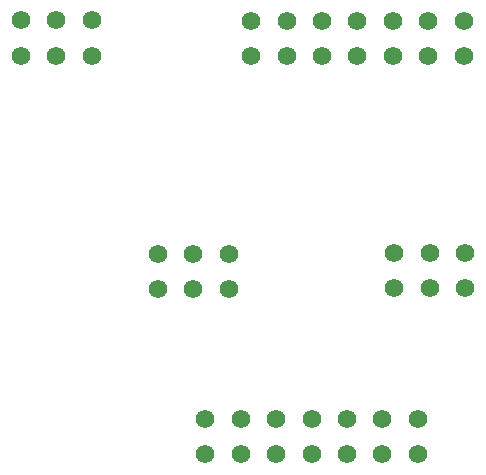
<source format=gbr>
%TF.GenerationSoftware,KiCad,Pcbnew,9.0.3*%
%TF.CreationDate,2025-08-25T22:17:15-05:00*%
%TF.ProjectId,Moco-IOBreakoutPCB,4d6f636f-2d49-44f4-9272-65616b6f7574,rev?*%
%TF.SameCoordinates,Original*%
%TF.FileFunction,Soldermask,Top*%
%TF.FilePolarity,Negative*%
%FSLAX46Y46*%
G04 Gerber Fmt 4.6, Leading zero omitted, Abs format (unit mm)*
G04 Created by KiCad (PCBNEW 9.0.3) date 2025-08-25 22:17:15*
%MOMM*%
%LPD*%
G01*
G04 APERTURE LIST*
%ADD10C,1.574800*%
G04 APERTURE END LIST*
D10*
%TO.C,J3*%
X166124998Y-77650000D03*
X163124999Y-77650000D03*
X160125000Y-77650000D03*
X166124998Y-74650001D03*
X163124999Y-74650001D03*
X160125000Y-74650001D03*
%TD*%
%TO.C,J2*%
X162109994Y-91699999D03*
X159109995Y-91699999D03*
X156109996Y-91699999D03*
X153109997Y-91699999D03*
X150109998Y-91699999D03*
X147109999Y-91699999D03*
X144110000Y-91699999D03*
X162109994Y-88700000D03*
X159109995Y-88700000D03*
X156109996Y-88700000D03*
X153109997Y-88700000D03*
X150109998Y-88700000D03*
X147109999Y-88700000D03*
X144110000Y-88700000D03*
%TD*%
%TO.C,J1*%
X166000000Y-58000000D03*
X163000001Y-58000000D03*
X160000002Y-58000000D03*
X157000003Y-58000000D03*
X154000004Y-58000000D03*
X151000005Y-58000000D03*
X148000006Y-58000000D03*
X166000000Y-55000001D03*
X163000001Y-55000001D03*
X160000002Y-55000001D03*
X157000003Y-55000001D03*
X154000004Y-55000001D03*
X151000005Y-55000001D03*
X148000006Y-55000001D03*
%TD*%
%TO.C,J4*%
X146089999Y-77709999D03*
X143090000Y-77709999D03*
X140090001Y-77709999D03*
X146089999Y-74710000D03*
X143090000Y-74710000D03*
X140090001Y-74710000D03*
%TD*%
%TO.C,J5*%
X134500000Y-57949999D03*
X131500001Y-57949999D03*
X128500002Y-57949999D03*
X134500000Y-54950000D03*
X131500001Y-54950000D03*
X128500002Y-54950000D03*
%TD*%
M02*

</source>
